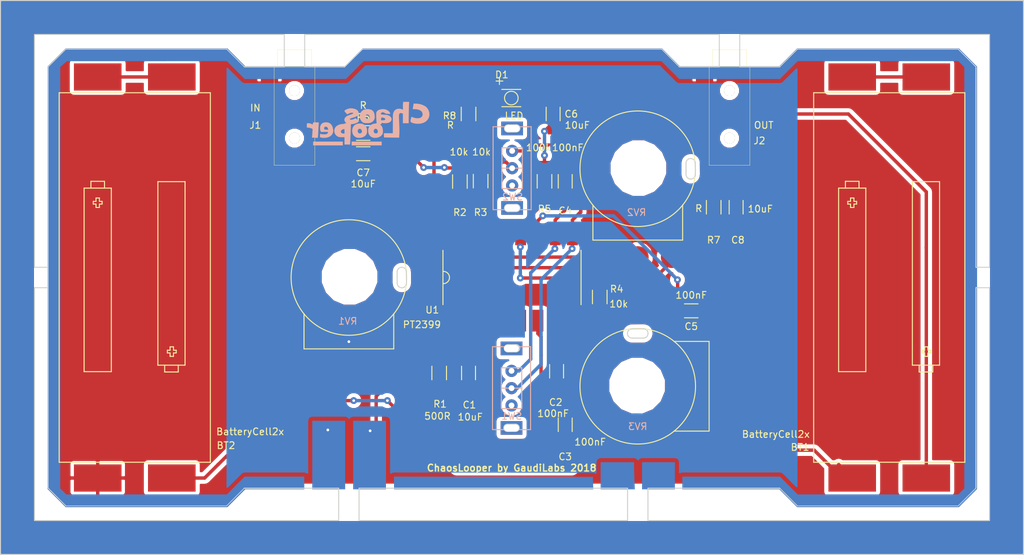
<source format=kicad_pcb>
(kicad_pcb (version 4) (host pcbnew 4.0.7-e2-6376~58~ubuntu16.04.1)
  (layers (0 F.Cu signal) (31 B.Cu signal) (34 B.Paste user) (35 F.Paste user) (36 B.SilkS user) (37 F.SilkS user) (38 B.Mask user) (39 F.Mask user) (44 Edge.Cuts user))
  (net 0 "")
  (net 1 GND)
  (net 2 "Net-(C6-Pad2)")
  (net 3 "Net-(C6-Pad1)")
  (net 4 "Net-(C7-Pad2)")
  (net 5 "Net-(C7-Pad1)")
  (net 6 "Net-(C8-Pad1)")
  (net 7 "Net-(C8-Pad2)")
  (net 8 "Net-(R4-Pad1)")
  (net 9 "Net-(J1-Pad2)")
  (net 10 "Net-(J2-Pad2)")
  (net 11 "Net-(BT1-Pad2)")
  (net 12 "Net-(BT2-Pad2)")
  (net 13 "Net-(C5-Pad1)")
  (net 14 "Net-(R1-Pad1)")
  (net 15 "Net-(R4-Pad2)")
  (net 16 "Net-(R7-Pad2)")
  (net 17 "Net-(C1-Pad1)")
  (net 18 "Net-(C2-Pad2)")
  (net 19 "Net-(C3-Pad2)")
  (net 20 "Net-(C4-Pad1)")
  (net 21 "Net-(C4-Pad2)")
  (net 22 "Net-(C5-Pad2)")
  (net 23 "Net-(R1-Pad2)")
  (net 24 "Net-(R2-Pad2)")
  (net 25 "Net-(R3-Pad2)")
  (net 26 "Net-(BT1-Pad1)")
  (net 27 VCC)
  (net 28 "Net-(D1-Pad2)")
  (net 29 "Net-(BT1-Pad4)")
  (net 30 "Net-(SW2-Pad3)")
  (net 31 "Net-(U1-Pad5)")
  (net 32 "Net-(SW1-Pad3)")
  (module GaudiLabsFootPrints:SWITCH_SLIDE (layer B.Cu) (at 139.93 116.28 270)
    (fp_text reference SW1 (at 4.116 -0.024 360) (layer B.SilkS) (effects (justify mirror)))
    (fp_text value Switch)
    (pad "" thru_hole rect (at -5.85 0 180) (size 3.2 2) (drill oval 2.2 1) (layers *.Cu *.Mask))
    (pad "" thru_hole rect (at 5.85 0 180) (size 3.2 2) (drill oval 2.2 1) (layers *.Cu *.Mask))
    (pad 3 thru_hole circle (at 2.54 0 180) (size 1.8 1.8) (drill 0.85) (layers *.Cu *.Mask) (net 32 "Net-(SW1-Pad3)"))
    (pad 1 thru_hole circle (at -2.54 0 270) (size 1.8 1.8) (drill 0.85) (layers *.Cu *.Mask) (net 21 "Net-(C4-Pad2)"))
    (pad 2 thru_hole circle (at 0 0 270) (size 1.8 1.8) (drill 0.85) (layers *.Cu *.Mask) (net 20 "Net-(C4-Pad1)"))
  )
  (module GaudiLabsFootPrints:SWITCH_SLIDE (layer B.Cu) (at 140.02 83.92 270)
    (fp_text reference SW2 (at 4.218 -0.061 360) (layer B.SilkS) (effects (justify mirror)))
    (fp_text value Switch)
    (pad "" thru_hole rect (at -5.85 0 180) (size 3.2 2) (drill oval 2.2 1) (layers *.Cu *.Mask))
    (pad "" thru_hole rect (at 5.85 0 180) (size 3.2 2) (drill oval 2.2 1) (layers *.Cu *.Mask))
    (pad 3 thru_hole circle (at 2.54 0 180) (size 1.8 1.8) (drill 0.85) (layers *.Cu *.Mask) (net 30 "Net-(SW2-Pad3)"))
    (pad 1 thru_hole circle (at -2.54 0 270) (size 1.8 1.8) (drill 0.85) (layers *.Cu *.Mask) (net 26 "Net-(BT1-Pad1)"))
    (pad 2 thru_hole circle (at 0 0 270) (size 1.8 1.8) (drill 0.85) (layers *.Cu *.Mask) (net 27 VCC))
  )
  (module Capacitors_SMD:C_1206_HandSoldering (layer F.Cu) (at 133.604 114.046 270)
    (fp_text reference C1 (at 4.699 -0.127 360) (layer F.SilkS))
    (fp_text value 10uF (at 6.477 -0.254 360) (layer F.SilkS))
    (pad 2 smd rect (at 2 0 270) (size 2 1.6) (layers F.Cu F.Paste F.Mask) (net 1 GND))
    (pad 1 smd rect (at -2 0 270) (size 2 1.6) (layers F.Cu F.Paste F.Mask) (net 17 "Net-(C1-Pad1)"))
  )
  (module Capacitors_SMD:C_1206_HandSoldering (layer F.Cu) (at 146.558 113.792 90)
    (fp_text reference C2 (at -4.572 -0.127 180) (layer F.SilkS))
    (fp_text value 100nF (at -6.223 -0.508 180) (layer F.SilkS))
    (pad 1 smd rect (at -2 0 90) (size 2 1.6) (layers F.Cu F.Paste F.Mask) (net 1 GND))
    (pad 2 smd rect (at 2 0 90) (size 2 1.6) (layers F.Cu F.Paste F.Mask) (net 18 "Net-(C2-Pad2)"))
  )
  (module Capacitors_SMD:C_1206_HandSoldering (layer F.Cu) (at 147.828 121.666 90)
    (fp_text reference C3 (at -4.699 0 180) (layer F.SilkS))
    (fp_text value 100nF (at -2.534 3.672 180) (layer F.SilkS))
    (pad 1 smd rect (at -2 0 90) (size 2 1.6) (layers F.Cu F.Paste F.Mask) (net 1 GND))
    (pad 2 smd rect (at 2 0 90) (size 2 1.6) (layers F.Cu F.Paste F.Mask) (net 19 "Net-(C3-Pad2)"))
  )
  (module Capacitors_SMD:C_1206_HandSoldering (layer F.Cu) (at 147.828 85.852 270)
    (fp_text reference C4 (at 4.318 0 360) (layer F.SilkS))
    (fp_text value 100nF (at -4.952 -0.372 360) (layer F.SilkS))
    (pad 1 smd rect (at -2 0 270) (size 2 1.6) (layers F.Cu F.Paste F.Mask) (net 20 "Net-(C4-Pad1)"))
    (pad 2 smd rect (at 2 0 270) (size 2 1.6) (layers F.Cu F.Paste F.Mask) (net 21 "Net-(C4-Pad2)"))
  )
  (module Capacitors_SMD:C_1206_HandSoldering (layer F.Cu) (at 166.37 104.902 180)
    (fp_text reference C5 (at 0 -2.3 180) (layer F.SilkS))
    (fp_text value 100nF (at 0 2.3 180) (layer F.SilkS))
    (pad 2 smd rect (at 2 0 180) (size 2 1.6) (layers F.Cu F.Paste F.Mask) (net 22 "Net-(C5-Pad2)"))
    (pad 1 smd rect (at -2 0 180) (size 2 1.6) (layers F.Cu F.Paste F.Mask) (net 13 "Net-(C5-Pad1)"))
  )
  (module Capacitors_SMD:C_1206_HandSoldering (layer F.Cu) (at 146.05 75.946 270)
    (fp_text reference C6 (at 0 -2.667 360) (layer F.SilkS))
    (fp_text value 10uF (at 1.651 -3.556 360) (layer F.SilkS))
    (pad 2 smd rect (at 2 0 270) (size 2 1.6) (layers F.Cu F.Paste F.Mask) (net 2 "Net-(C6-Pad2)"))
    (pad 1 smd rect (at -2 0 270) (size 2 1.6) (layers F.Cu F.Paste F.Mask) (net 3 "Net-(C6-Pad1)"))
  )
  (module Capacitors_SMD:C_1206_HandSoldering (layer F.Cu) (at 118.11 81.788)
    (fp_text reference C7 (at 0 2.794) (layer F.SilkS))
    (fp_text value 10uF (at 0 4.445) (layer F.SilkS))
    (pad 2 smd rect (at 2 0) (size 2 1.6) (layers F.Cu F.Paste F.Mask) (net 4 "Net-(C7-Pad2)"))
    (pad 1 smd rect (at -2 0) (size 2 1.6) (layers F.Cu F.Paste F.Mask) (net 5 "Net-(C7-Pad1)"))
  )
  (module Capacitors_SMD:C_1206_HandSoldering (layer F.Cu) (at 172.974 89.662 270)
    (fp_text reference C8 (at 4.826 -0.254 360) (layer F.SilkS))
    (fp_text value 10uF (at 0.254 -3.556 360) (layer F.SilkS))
    (pad 1 smd rect (at -2 0 270) (size 2 1.6) (layers F.Cu F.Paste F.Mask) (net 6 "Net-(C8-Pad1)"))
    (pad 2 smd rect (at 2 0 270) (size 2 1.6) (layers F.Cu F.Paste F.Mask) (net 7 "Net-(C8-Pad2)"))
  )
  (module Resistors_SMD:R_1206_HandSoldering (layer F.Cu) (at 129.286 114.046 270)
    (fp_text reference R1 (at 4.572 -0.127 360) (layer F.SilkS))
    (fp_text value 500R (at 6.35 0.254 360) (layer F.SilkS))
    (pad 2 smd rect (at 2 0 270) (size 2 1.7) (layers F.Cu F.Paste F.Mask) (net 23 "Net-(R1-Pad2)"))
    (pad 1 smd rect (at -2 0 270) (size 2 1.7) (layers F.Cu F.Paste F.Mask) (net 14 "Net-(R1-Pad1)"))
  )
  (module Resistors_SMD:R_1206_HandSoldering (layer F.Cu) (at 132.334 85.884 270)
    (fp_text reference R2 (at 4.54 0 360) (layer F.SilkS))
    (fp_text value 10k (at -4.35 0.127 360) (layer F.SilkS))
    (pad 2 smd rect (at 2 0 270) (size 2 1.7) (layers F.Cu F.Paste F.Mask) (net 24 "Net-(R2-Pad2)"))
    (pad 1 smd rect (at -2 0 270) (size 2 1.7) (layers F.Cu F.Paste F.Mask) (net 3 "Net-(C6-Pad1)"))
  )
  (module Resistors_SMD:R_1206_HandSoldering (layer F.Cu) (at 135.382 85.82 270)
    (fp_text reference R3 (at 4.604 0 360) (layer F.SilkS))
    (fp_text value 10k (at -4.286 -0.127 360) (layer F.SilkS))
    (pad 1 smd rect (at -2 0 270) (size 2 1.7) (layers F.Cu F.Paste F.Mask) (net 3 "Net-(C6-Pad1)"))
    (pad 2 smd rect (at 2 0 270) (size 2 1.7) (layers F.Cu F.Paste F.Mask) (net 25 "Net-(R3-Pad2)"))
  )
  (module Resistors_SMD:R_1206_HandSoldering (layer F.Cu) (at 152.908 102.87 90)
    (fp_text reference R4 (at 1.17 2.492 180) (layer F.SilkS))
    (fp_text value 10k (at -1.03 2.792 180) (layer F.SilkS))
    (pad 1 smd rect (at -2 0 90) (size 2 1.7) (layers F.Cu F.Paste F.Mask) (net 8 "Net-(R4-Pad1)"))
    (pad 2 smd rect (at 2 0 90) (size 2 1.7) (layers F.Cu F.Paste F.Mask) (net 15 "Net-(R4-Pad2)"))
  )
  (module Resistors_SMD:R_1206_HandSoldering (layer F.Cu) (at 144.78 85.852 270)
    (fp_text reference R5 (at 4.064 0 360) (layer F.SilkS))
    (fp_text value 100k (at -4.952 0.88 360) (layer F.SilkS))
    (pad 1 smd rect (at -2 0 270) (size 2 1.7) (layers F.Cu F.Paste F.Mask) (net 2 "Net-(C6-Pad2)"))
    (pad 2 smd rect (at 2 0 270) (size 2 1.7) (layers F.Cu F.Paste F.Mask) (net 8 "Net-(R4-Pad1)"))
  )
  (module Resistors_SMD:R_1206_HandSoldering (layer F.Cu) (at 118.11 78.74)
    (fp_text reference R6 (at 0 -2.3) (layer F.SilkS))
    (fp_text value R (at 0 -4.064) (layer F.SilkS))
    (pad 1 smd rect (at -2 0) (size 2 1.7) (layers F.Cu F.Paste F.Mask) (net 4 "Net-(C7-Pad2)"))
    (pad 2 smd rect (at 2 0) (size 2 1.7) (layers F.Cu F.Paste F.Mask) (net 3 "Net-(C6-Pad1)"))
  )
  (module Resistors_SMD:R_1206_HandSoldering (layer F.Cu) (at 169.672 89.662 270)
    (fp_text reference R7 (at 4.826 0 360) (layer F.SilkS))
    (fp_text value R (at 0.18288 2.20472 360) (layer F.SilkS))
    (pad 2 smd rect (at 2 0 270) (size 2 1.7) (layers F.Cu F.Paste F.Mask) (net 16 "Net-(R7-Pad2)"))
    (pad 1 smd rect (at -2 0 270) (size 2 1.7) (layers F.Cu F.Paste F.Mask) (net 7 "Net-(C8-Pad2)"))
  )
  (module Resistors_SMD:R_1206_HandSoldering (layer F.Cu) (at 133.604 75.946 270)
    (fp_text reference R8 (at 0.254 2.794 360) (layer F.SilkS))
    (fp_text value R (at 1.651 2.667 360) (layer F.SilkS))
    (pad 1 smd rect (at -2 0 270) (size 2 1.7) (layers F.Cu F.Paste F.Mask) (net 28 "Net-(D1-Pad2)"))
    (pad 2 smd rect (at 2 0 270) (size 2 1.7) (layers F.Cu F.Paste F.Mask) (net 27 VCC))
  )
  (module GaudiLabsFootPrints:PLUG3_5_SwitchCraft_2B (layer F.Cu) (at 108 69)
    (fp_text reference J1 (at -5.765 8.597) (layer F.SilkS))
    (fp_text value IN (at -5.765 6.057) (layer F.SilkS))
    (pad 3 smd rect (at -3.575 11.7) (size 2.75 2.9) (layers F.Cu F.Paste F.Mask) (net 5 "Net-(C7-Pad1)"))
    (pad 1 smd rect (at -3.675 2.4) (size 2.55 2.4) (layers F.Cu F.Paste F.Mask) (net 1 GND))
    (pad 2 smd rect (at 3.675 4.3) (size 2.55 2.4) (layers F.Cu F.Paste F.Mask) (net 9 "Net-(J1-Pad2)"))
    (pad "" thru_hole circle (at 0 3.5) (size 1.6 1.6) (drill 1.6) (layers *.Cu *.Mask F.SilkS))
    (pad "" thru_hole circle (at 0 10.5) (size 1.6 1.6) (drill 1.6) (layers *.Cu *.Mask F.SilkS))
  )
  (module GaudiLabsFootPrints:PLUG3_5_SwitchCraft_2B (layer F.Cu) (at 172 69)
    (fp_text reference J2 (at 4.403 10.883) (layer F.SilkS))
    (fp_text value OUT (at 5.038 8.597) (layer F.SilkS))
    (pad 3 smd rect (at -3.575 11.7) (size 2.75 2.9) (layers F.Cu F.Paste F.Mask) (net 6 "Net-(C8-Pad1)"))
    (pad 1 smd rect (at -3.675 2.4) (size 2.55 2.4) (layers F.Cu F.Paste F.Mask) (net 1 GND))
    (pad 2 smd rect (at 3.675 4.3) (size 2.55 2.4) (layers F.Cu F.Paste F.Mask) (net 10 "Net-(J2-Pad2)"))
    (pad "" thru_hole circle (at 0 3.5) (size 1.6 1.6) (drill 1.6) (layers *.Cu *.Mask F.SilkS))
    (pad "" thru_hole circle (at 0 10.5) (size 1.6 1.6) (drill 1.6) (layers *.Cu *.Mask F.SilkS))
  )
  (module GaudiLabsFootPrints:BAT_HOLDER_AAA_DOUBLE (layer F.Cu) (at 84.5 100 270)
    (fp_text reference BT2 (at 24.714 -13.417 360) (layer F.SilkS))
    (fp_text value BatteryCell2x (at 22.682 -16.973 360) (layer F.SilkS))
    (pad 2 smd rect (at -29.5 -5.45 270) (size 4 7) (layers F.Cu F.Paste F.Mask) (net 12 "Net-(BT2-Pad2)"))
    (pad 1 smd rect (at 29.5 -5.45 270) (size 4 7) (layers F.Cu F.Paste F.Mask) (net 29 "Net-(BT1-Pad4)"))
    (pad 3 smd rect (at -29.5 5.45 270) (size 4 7) (layers F.Cu F.Paste F.Mask) (net 12 "Net-(BT2-Pad2)"))
    (pad 4 smd rect (at 29.5 5.45 270) (size 4 7) (layers F.Cu F.Paste F.Mask) (net 1 GND))
  )
  (module GaudiLabsFootPrints:BAT_HOLDER_AAA_DOUBLE (layer F.Cu) (at 195.5 100 270)
    (fp_text reference BT1 (at 24.968 13.128 360) (layer F.SilkS))
    (fp_text value BatteryCell2x (at 23.063 16.684 360) (layer F.SilkS))
    (pad 2 smd rect (at -29.5 -5.45 270) (size 4 7) (layers F.Cu F.Paste F.Mask) (net 11 "Net-(BT1-Pad2)"))
    (pad 1 smd rect (at 29.5 -5.45 270) (size 4 7) (layers F.Cu F.Paste F.Mask) (net 26 "Net-(BT1-Pad1)"))
    (pad 3 smd rect (at -29.5 5.45 270) (size 4 7) (layers F.Cu F.Paste F.Mask) (net 11 "Net-(BT1-Pad2)"))
    (pad 4 smd rect (at 29.5 5.45 270) (size 4 7) (layers F.Cu F.Paste F.Mask) (net 29 "Net-(BT1-Pad4)"))
  )
  (module GaudiLabsFootPrints:DIL16_SMD (layer F.Cu) (at 140 100)
    (fp_text reference U1 (at -11.73 4.775) (layer F.SilkS))
    (fp_text value PT2399 (at -13.254 6.934) (layer F.SilkS))
    (pad 16 smd rect (at -8.89 -6.35) (size 1.6 3.2) (layers F.Cu F.Paste F.Mask) (net 24 "Net-(R2-Pad2)"))
    (pad 15 smd rect (at -6.35 -6.35) (size 1.6 3.2) (layers F.Cu F.Paste F.Mask) (net 25 "Net-(R3-Pad2)"))
    (pad 14 smd rect (at -3.81 -6.35) (size 1.6 3.2) (layers F.Cu F.Paste F.Mask) (net 16 "Net-(R7-Pad2)"))
    (pad 13 smd rect (at -1.27 -6.35) (size 1.6 3.2) (layers F.Cu F.Paste F.Mask) (net 15 "Net-(R4-Pad2)"))
    (pad 12 smd rect (at 1.27 -6.35) (size 1.6 3.2) (layers F.Cu F.Paste F.Mask) (net 8 "Net-(R4-Pad1)"))
    (pad 11 smd rect (at 3.81 -6.35) (size 1.6 3.2) (layers F.Cu F.Paste F.Mask) (net 22 "Net-(C5-Pad2)"))
    (pad 10 smd rect (at 6.35 -6.35) (size 1.6 3.2) (layers F.Cu F.Paste F.Mask) (net 21 "Net-(C4-Pad2)"))
    (pad 9 smd rect (at 8.89 -6.35) (size 1.6 3.2) (layers F.Cu F.Paste F.Mask) (net 20 "Net-(C4-Pad1)"))
    (pad 8 smd rect (at 8.89 6.35) (size 1.6 3.2) (layers F.Cu F.Paste F.Mask) (net 19 "Net-(C3-Pad2)"))
    (pad 7 smd rect (at 6.35 6.35) (size 1.6 3.2) (layers F.Cu F.Paste F.Mask) (net 18 "Net-(C2-Pad2)"))
    (pad 6 smd rect (at 3.81 6.35) (size 1.6 3.2) (layers F.Cu F.Paste F.Mask) (net 23 "Net-(R1-Pad2)"))
    (pad 5 smd rect (at 1.27 6.35) (size 1.6 3.2) (layers F.Cu F.Paste F.Mask) (net 31 "Net-(U1-Pad5)"))
    (pad 4 smd rect (at -1.27 6.35) (size 1.6 3.2) (layers F.Cu F.Paste F.Mask) (net 1 GND))
    (pad 3 smd rect (at -3.81 6.35) (size 1.6 3.2) (layers F.Cu F.Paste F.Mask) (net 1 GND))
    (pad 1 smd rect (at -8.89 6.35) (size 1.6 3.2) (layers F.Cu F.Paste F.Mask) (net 27 VCC))
    (pad 2 smd rect (at -6.35 6.35) (size 1.6 3.2) (layers F.Cu F.Paste F.Mask) (net 17 "Net-(C1-Pad1)"))
  )
  (module GaudiLabsFootPrints:POTI_PCB (layer B.Cu) (at 116 100 180)
    (fp_text reference RV1 (at 0.176 -6.426 180) (layer B.SilkS) (effects (justify mirror)))
    (fp_text value SPEED_POT)
    (pad 1 smd circle (at -5 -13 180) (size 3.2 3.2) (layers F.Cu F.Paste F.Mask) (net 14 "Net-(R1-Pad1)"))
    (pad 3 smd circle (at 5 -13 180) (size 3.2 3.2) (layers F.Cu F.Paste F.Mask) (net 1 GND))
    (pad 2 smd circle (at 0 -13 180) (size 3.2 3.2) (layers F.Cu F.Paste F.Mask) (net 1 GND))
    (pad "" np_thru_hole circle (at -0.1 0.1 180) (size 7 7) (drill 7) (layers *.Cu *.Mask))
  )
  (module GaudiLabsFootPrints:POTI_PCB (layer B.Cu) (at 158.5 84 180)
    (fp_text reference RV2 (at 0.176 -6.426 180) (layer B.SilkS) (effects (justify mirror)))
    (fp_text value VOL_POT)
    (pad 1 smd circle (at -5 -13 180) (size 3.2 3.2) (layers F.Cu F.Paste F.Mask) (net 16 "Net-(R7-Pad2)"))
    (pad 3 smd circle (at 5 -13 180) (size 3.2 3.2) (layers F.Cu F.Paste F.Mask) (net 15 "Net-(R4-Pad2)"))
    (pad 2 smd circle (at 0 -13 180) (size 3.2 3.2) (layers F.Cu F.Paste F.Mask) (net 15 "Net-(R4-Pad2)"))
    (pad "" np_thru_hole circle (at -0.1 0.1 180) (size 7 7) (drill 7) (layers *.Cu *.Mask))
  )
  (module GaudiLabsFootPrints:POTI_PCB (layer B.Cu) (at 158.5 116 270)
    (fp_text reference RV3 (at 5.92 0.004 360) (layer B.SilkS) (effects (justify mirror)))
    (fp_text value POT)
    (pad 1 smd circle (at -5 -13 270) (size 3.2 3.2) (layers F.Cu F.Paste F.Mask) (net 13 "Net-(C5-Pad1)"))
    (pad 3 smd circle (at 5 -13 270) (size 3.2 3.2) (layers F.Cu F.Paste F.Mask) (net 8 "Net-(R4-Pad1)"))
    (pad 2 smd circle (at 0 -13 270) (size 3.2 3.2) (layers F.Cu F.Paste F.Mask) (net 8 "Net-(R4-Pad1)"))
    (pad "" np_thru_hole circle (at -0.1 0.1 270) (size 7 7) (drill 7) (layers *.Cu *.Mask))
  )
  (module GaudiLabsLogos:ChaosFront (layer B.Cu) (at 140.081 99.949 180)
    (fp_text reference G*** hide)
    (fp_text value LOGO hide)
  )
  (module GaudiLabsLogos:ChaosFrame (layer B.Cu) (at 140 100)
    (fp_text reference G*** hide)
    (fp_text value LOGO hide)
    (fp_poly (pts (xy -40.555334 -32.385) (xy -39.245049 -31.072667) (xy -24.593618 -31.072667) (xy -23.283334 -32.385) (xy -21.973049 -33.697333) (xy 22.057715 -33.697333) (xy 23.368 -32.385) (xy 24.678284 -31.072667) (xy 39.329715 -31.072667) (xy 40.64 -32.385) (xy 41.950284 -33.697333) (xy 65.745651 -33.697333) (xy 67.078159 -32.362871) (xy 68.410666 -31.028408) (xy 68.410666 31.116985) (xy 67.076203 32.449492) (xy 65.741741 33.782) (xy 41.950284 33.782) (xy 40.639999 32.469667) (xy 39.329715 31.157333) (xy 25.061333 31.157333) (xy 25.061333 29.294667) (xy 39.414382 29.294667) (xy 40.724666 30.607) (xy 42.034951 31.919333) (xy 65.664784 31.919333) (xy 66.106392 31.472171) (xy 66.548 31.025008) (xy 66.548 -30.951451) (xy 66.100837 -31.393059) (xy 65.653675 -31.834667) (xy 42.034951 -31.834667) (xy 40.724666 -30.522333) (xy 39.414382 -29.21) (xy 24.593617 -29.21) (xy 23.283333 -30.522333) (xy 21.973048 -31.834667) (xy -21.803716 -31.834667) (xy -23.114 -30.522333) (xy -24.424285 -29.21) (xy -39.329716 -29.21) (xy -40.640001 -30.522334) (xy -41.950285 -31.834667) (xy -53.719976 -31.833469) (xy -65.489667 -31.832272) (xy -65.9765 -31.403122) (xy -66.463334 -30.973973) (xy -66.463334 31.036118) (xy -66.016171 31.477725) (xy -65.569009 31.919333) (xy -41.950285 31.919333) (xy -40.64 30.607) (xy -39.329716 29.294667) (xy -30.564667 29.294667) (xy -30.564667 31.157333) (xy -39.245049 31.157333) (xy -40.555334 32.469667) (xy -41.865618 33.782) (xy -65.660985 33.782) (xy -66.993493 32.447537) (xy -68.326 31.113074) (xy -68.326 -31.032318) (xy -66.991538 -32.364826) (xy -65.657075 -33.697333) (xy -41.865618 -33.697333) (xy -40.555334 -32.385)) (layer B.Cu) (width 0.01))
    (fp_poly (pts (xy -24.553334 31.157333) (xy -29.379334 31.157333) (xy -29.379334 21.082) (xy -24.553334 21.082) (xy -24.553334 31.157333)) (layer B.Cu) (width 0.01))
    (fp_poly (pts (xy -18.542 31.157333) (xy -23.368 31.157333) (xy -23.368 21.082) (xy -18.542 21.082) (xy -18.542 31.157333)) (layer B.Cu) (width 0.01))
    (fp_poly (pts (xy -2.7305 29.315593) (xy 11.895666 29.337) (xy 11.919697 30.247167) (xy 11.943728 31.157333) (xy -17.356667 31.157333) (xy -17.356667 29.294187) (xy -2.7305 29.315593)) (layer B.Cu) (width 0.01))
    (fp_poly (pts (xy 17.949333 27.757144) (xy 17.952793 28.045477) (xy 17.962333 28.457829) (xy 17.97669 28.949043) (xy 17.994602 29.473964) (xy 18.004962 29.746811) (xy 18.060592 31.157333) (xy 13.038666 31.157333) (xy 13.038666 27.178) (xy 17.949333 27.178) (xy 17.949333 27.757144)) (layer B.Cu) (width 0.01))
    (fp_poly (pts (xy 23.960666 31.157333) (xy 19.134666 31.157333) (xy 19.134666 27.178) (xy 23.960666 27.178) (xy 23.960666 31.157333)) (layer B.Cu) (width 0.01))
  )
  (module GaudiLabsLogos:ChaosFrameM (layer F.Cu) (at 140 100)
    (fp_text reference G*** hide)
    (fp_text value LOGO hide)
  )
  (module GaudiLabsLogos:ChaosLogo (layer B.Cu) (at 118.999 77.47 180)
    (fp_text reference G*** hide)
    (fp_text value LOGO hide)
  )
  (module GaudiLabsFootPrints:TOPLED_R (layer F.Cu) (at 139.9 73.6 90)
    (fp_text reference D1 (at 3.429 -1.397 180) (layer F.SilkS))
    (fp_text value LED (at -2.6 0.4 180) (layer F.SilkS))
    (pad 2 smd rect (at 0 -2.8 90) (size 2.6 2) (layers F.Cu F.Paste F.Mask) (net 28 "Net-(D1-Pad2)"))
    (pad 1 smd rect (at 0 2.8 90) (size 2.6 2) (layers F.Cu F.Paste F.Mask) (net 1 GND))
  )
  (gr_line (start 106.5 69) (end 100.6 69) (angle 90) (layer Edge.Cuts) (width 0.15))
  (gr_line (start 115.4 69) (end 109.5 69) (angle 90) (layer Edge.Cuts) (width 0.15))
  (gr_line (start 173.5 69) (end 179.4 69) (angle 90) (layer Edge.Cuts) (width 0.15))
  (gr_line (start 164.6 69) (end 170.5 69) (angle 90) (layer Edge.Cuts) (width 0.15))
  (gr_line (start 208.25 101.5) (end 208.25 131) (angle 90) (layer Edge.Cuts) (width 0.15))
  (gr_line (start 208.25 69.1) (end 208.25 98.5) (angle 90) (layer Edge.Cuts) (width 0.15))
  (gr_line (start 160 131) (end 179.4 131) (angle 90) (layer Edge.Cuts) (width 0.15))
  (gr_line (start 117.5 131) (end 157 131) (angle 90) (layer Edge.Cuts) (width 0.15))
  (gr_line (start 100.6 131) (end 114.5 131) (angle 90) (layer Edge.Cuts) (width 0.15))
  (gr_line (start 210.25 98.5) (end 210.25 64.25) (angle 90) (layer Edge.Cuts) (width 0.15))
  (gr_line (start 210.25 135.75) (end 210.25 101.5) (angle 90) (layer Edge.Cuts) (width 0.15))
  (gr_line (start 160 135.75) (end 210.25 135.75) (angle 90) (layer Edge.Cuts) (width 0.15))
  (gr_line (start 117.5 135.75) (end 157 135.75) (angle 90) (layer Edge.Cuts) (width 0.15))
  (gr_line (start 69.75 135.75) (end 114.5 135.75) (angle 90) (layer Edge.Cuts) (width 0.15))
  (gr_line (start 69.75 101.5) (end 69.75 135.75) (angle 90) (layer Edge.Cuts) (width 0.15))
  (gr_line (start 69.75 64.25) (end 69.75 98.5) (angle 90) (layer Edge.Cuts) (width 0.15))
  (gr_line (start 173.5 64.25) (end 210.25 64.25) (angle 90) (layer Edge.Cuts) (width 0.15))
  (gr_line (start 109.5 64.25) (end 170.5 64.25) (angle 90) (layer Edge.Cuts) (width 0.15))
  (gr_line (start 69.75 64.25) (end 106.5 64.25) (angle 90) (layer Edge.Cuts) (width 0.15))
  (gr_line (start 71.75 101.5) (end 69.75 101.5) (angle 90) (layer Edge.Cuts) (width 0.15))
  (gr_line (start 71.75 98.5) (end 69.75 98.5) (angle 90) (layer Edge.Cuts) (width 0.15))
  (gr_line (start 208.25 101.5) (end 210.25 101.5) (angle 90) (layer Edge.Cuts) (width 0.15))
  (gr_line (start 208.25 98.5) (end 210.25 98.5) (angle 90) (layer Edge.Cuts) (width 0.15))
  (gr_line (start 160 131) (end 160 135.75) (angle 90) (layer Edge.Cuts) (width 0.15))
  (gr_line (start 157 131) (end 157 135.75) (angle 90) (layer Edge.Cuts) (width 0.15))
  (gr_line (start 117.5 131) (end 117.5 135.75) (angle 90) (layer Edge.Cuts) (width 0.15))
  (gr_line (start 114.5 131) (end 114.5 135.75) (angle 90) (layer Edge.Cuts) (width 0.15))
  (gr_line (start 109.5 69) (end 109.5 64.25) (angle 90) (layer Edge.Cuts) (width 0.15))
  (gr_line (start 106.5 69) (end 106.5 64.25) (angle 90) (layer Edge.Cuts) (width 0.15))
  (gr_line (start 173.5 69) (end 173.5 64.25) (angle 90) (layer Edge.Cuts) (width 0.15))
  (gr_line (start 170.5 69) (end 170.5 64.25) (angle 90) (layer Edge.Cuts) (width 0.15))
  (gr_line (start 64.75 59.25) (end 64.75 140.75) (layer Edge.Cuts) (width 0.15))
  (gr_line (start 215.25 59.25) (end 215.25 140.75) (layer Edge.Cuts) (width 0.15))
  (gr_line (start 64.75 140.75) (end 215.25 140.75) (layer Edge.Cuts) (width 0.15))
  (gr_line (start 64.75 59.25) (end 215.25 59.25) (layer Edge.Cuts) (width 0.15))
  (gr_arc (start 140.63472 78.05928) (end 140.59916 77.52588) (angle 186.9689177) (layer Edge.Cuts) (width 0.15))
  (gr_arc (start 139.4206 78.06944) (end 139.43584 78.60284) (angle 184.4521337) (layer Edge.Cuts) (width 0.15))
  (gr_line (start 139.45616 77.53604) (end 140.6144 77.52588) (layer Edge.Cuts) (width 0.15))
  (gr_line (start 140.59916 78.59776) (end 139.40028 78.60792) (layer Edge.Cuts) (width 0.15))
  (gr_line (start 140.59916 90.30716) (end 139.40028 90.31732) (layer Edge.Cuts) (width 0.15))
  (gr_line (start 139.45616 89.24544) (end 140.6144 89.23528) (layer Edge.Cuts) (width 0.15))
  (gr_arc (start 139.4206 89.77884) (end 139.43584 90.31224) (angle 184.4521337) (layer Edge.Cuts) (width 0.15))
  (gr_arc (start 140.63472 89.76868) (end 140.59916 89.23528) (angle 186.9689177) (layer Edge.Cuts) (width 0.15))
  (gr_arc (start 140.53312 122.10796) (end 140.49756 121.57456) (angle 186.9689177) (layer Edge.Cuts) (width 0.15))
  (gr_arc (start 139.319 122.11812) (end 139.33424 122.65152) (angle 184.4521337) (layer Edge.Cuts) (width 0.15))
  (gr_line (start 139.35456 121.58472) (end 140.5128 121.57456) (layer Edge.Cuts) (width 0.15))
  (gr_line (start 140.49756 122.64644) (end 139.29868 122.6566) (layer Edge.Cuts) (width 0.15))
  (gr_line (start 140.56868 110.94212) (end 139.3698 110.95228) (layer Edge.Cuts) (width 0.15))
  (gr_line (start 139.42568 109.8804) (end 140.58392 109.87024) (layer Edge.Cuts) (width 0.15))
  (gr_arc (start 139.39012 110.4138) (end 139.40536 110.9472) (angle 184.4521337) (layer Edge.Cuts) (width 0.15))
  (gr_arc (start 140.60424 110.40364) (end 140.56868 109.87024) (angle 186.9689177) (layer Edge.Cuts) (width 0.15))
  (gr_line (start 157.65526 107.56138) (end 159.33166 107.54106) (layer Edge.Cuts) (width 0.15))
  (gr_line (start 157.65526 108.91774) (end 159.33166 108.91774) (layer Edge.Cuts) (width 0.15))
  (gr_arc (start 159.327596 108.227115) (end 159.332676 107.546395) (angle 177.9474511) (layer Edge.Cuts) (width 0.15))
  (gr_arc (start 157.66542 108.23702) (end 157.66542 108.91266) (angle 177.9249736) (layer Edge.Cuts) (width 0.15))
  (gr_arc (start 123.78436 99.17176) (end 123.10872 99.17176) (angle 177.9249736) (layer Edge.Cuts) (width 0.15))
  (gr_arc (start 123.794265 100.833936) (end 124.474985 100.839016) (angle 177.9474511) (layer Edge.Cuts) (width 0.15))
  (gr_line (start 123.10364 99.1616) (end 123.10364 100.838) (layer Edge.Cuts) (width 0.15))
  (gr_line (start 124.46 99.1616) (end 124.48032 100.838) (layer Edge.Cuts) (width 0.15))
  (gr_line (start 166.9542 83.16468) (end 166.97452 84.84108) (layer Edge.Cuts) (width 0.15))
  (gr_line (start 165.59784 83.16468) (end 165.59784 84.84108) (layer Edge.Cuts) (width 0.15))
  (gr_arc (start 166.288465 84.837016) (end 166.969185 84.842096) (angle 177.9474511) (layer Edge.Cuts) (width 0.15))
  (gr_arc (start 166.27856 83.17484) (end 165.60292 83.17484) (angle 177.9249736) (layer Edge.Cuts) (width 0.15))
  (gr_text "ChaosLooper by GaudiLabs 2018" (at 139.954 128.016) (layer F.SilkS) (effects (font (size 1 1) (thickness 0.2))))
  (gr_line (start 98.001095 133.59819) (end 100.626091 130.97318) (layer Edge.Cuts) (width 0.1))
  (gr_line (start 74.376094 133.59819) (end 98.001095 133.59819) (layer Edge.Cuts) (width 0.1))
  (gr_line (start 71.751095 130.97318) (end 74.376094 133.59819) (layer Edge.Cuts) (width 0.1))
  (gr_line (start 71.751095 69.023183) (end 71.751095 130.97318) (layer Edge.Cuts) (width 0.1))
  (gr_line (start 74.376094 66.398184) (end 71.751095 69.023183) (layer Edge.Cuts) (width 0.1))
  (gr_line (start 98.001095 66.398184) (end 74.376094 66.398184) (layer Edge.Cuts) (width 0.1))
  (gr_line (start 100.626094 69.023183) (end 98.001095 66.398184) (layer Edge.Cuts) (width 0.1))
  (gr_line (start 118.026094 66.398184) (end 115.37391 69.023183) (layer Edge.Cuts) (width 0.1))
  (gr_line (start 162.00109 66.398184) (end 118.026094 66.398184) (layer Edge.Cuts) (width 0.1))
  (gr_line (start 164.62609 69.023183) (end 162.00109 66.398184) (layer Edge.Cuts) (width 0.1))
  (gr_line (start 182.00109 66.398184) (end 179.3761 69.023183) (layer Edge.Cuts) (width 0.1))
  (gr_line (start 205.62609 66.398184) (end 182.00109 66.398184) (layer Edge.Cuts) (width 0.1))
  (gr_line (start 208.25109 69.023183) (end 205.62609 66.398184) (layer Edge.Cuts) (width 0.1))
  (gr_line (start 205.6261 133.59819) (end 208.2511 130.97318) (layer Edge.Cuts) (width 0.1))
  (gr_line (start 182.0011 133.59819) (end 205.6261 133.59819) (layer Edge.Cuts) (width 0.1))
  (gr_line (start 179.3761 130.97318) (end 182.0011 133.59819) (layer Edge.Cuts) (width 0.1))
  (segment (start 112.903 122.428) (end 112.903 122.682) (width 0.5) (layer F.Cu) (net 1))
  (segment (start 112.903 120.904) (end 112.903 122.428) (width 0.5) (layer F.Cu) (net 1))
  (via (at 112.903 122.428) (size 1) (drill 0.4) (layers F.Cu B.Cu) (net 1))
  (segment (start 114.046 119.761) (end 112.903 120.904) (width 0.5) (layer F.Cu) (net 1))
  (segment (start 117.348 119.761) (end 114.046 119.761) (width 0.5) (layer F.Cu) (net 1))
  (segment (start 118.364 118.745) (end 117.348 119.761) (width 0.5) (layer F.Cu) (net 1))
  (segment (start 118.364 115.364) (end 118.364 118.745) (width 0.5) (layer F.Cu) (net 1))
  (segment (start 116 113) (end 118.364 115.364) (width 0.5) (layer F.Cu) (net 1))
  (segment (start 116 113) (end 116 109.44) (width 0.5) (layer F.Cu) (net 1))
  (via (at 116 109.44) (size 1) (drill 0.4) (layers F.Cu B.Cu) (net 1))
  (segment (start 144.78 83.852) (end 144.78 82.042) (width 0.5) (layer F.Cu) (net 2))
  (segment (start 144.78 78.486) (end 145.32 77.946) (width 0.5) (layer F.Cu) (net 2))
  (via (at 144.78 78.486) (size 1) (drill 0.4) (layers F.Cu B.Cu) (net 2))
  (segment (start 144.78 82.042) (end 144.78 78.486) (width 0.5) (layer B.Cu) (net 2))
  (via (at 144.78 82.042) (size 1) (drill 0.4) (layers F.Cu B.Cu) (net 2))
  (segment (start 145.32 77.946) (end 146.05 77.946) (width 0.5) (layer F.Cu) (net 2))
  (segment (start 132.334 83.884) (end 130.112 83.884) (width 0.5) (layer F.Cu) (net 3))
  (segment (start 125.84 82.66) (end 125.84 78.74) (width 0.5) (layer F.Cu) (net 3))
  (segment (start 127 83.82) (end 125.84 82.66) (width 0.5) (layer F.Cu) (net 3))
  (via (at 127 83.82) (size 1) (drill 0.4) (layers F.Cu B.Cu) (net 3))
  (segment (start 130.048 83.82) (end 127 83.82) (width 0.5) (layer B.Cu) (net 3))
  (via (at 130.048 83.82) (size 1) (drill 0.4) (layers F.Cu B.Cu) (net 3))
  (segment (start 130.112 83.884) (end 130.048 83.82) (width 0.5) (layer F.Cu) (net 3))
  (segment (start 130.556 71.374) (end 125.84 76.09) (width 0.5) (layer F.Cu) (net 3))
  (segment (start 146.05 73.946) (end 146.05 71.882) (width 0.5) (layer F.Cu) (net 3))
  (segment (start 146.05 71.882) (end 145.542 71.374) (width 0.5) (layer F.Cu) (net 3))
  (segment (start 145.542 71.374) (end 130.556 71.374) (width 0.5) (layer F.Cu) (net 3))
  (segment (start 125.84 76.09) (end 125.84 78.74) (width 0.5) (layer F.Cu) (net 3))
  (segment (start 125.84 78.74) (end 120.11 78.74) (width 0.5) (layer F.Cu) (net 3))
  (segment (start 135.382 83.82) (end 132.398 83.82) (width 0.5) (layer F.Cu) (net 3))
  (segment (start 132.398 83.82) (end 132.334 83.884) (width 0.5) (layer F.Cu) (net 3))
  (segment (start 116.11 78.74) (end 116.862 78.74) (width 0.5) (layer F.Cu) (net 4))
  (segment (start 116.862 78.74) (end 119.91 81.788) (width 0.5) (layer F.Cu) (net 4))
  (segment (start 119.91 81.788) (end 120.11 81.788) (width 0.5) (layer F.Cu) (net 4))
  (segment (start 116.11 81.788) (end 116.11 83.088) (width 0.5) (layer F.Cu) (net 5))
  (segment (start 113.6 85.598) (end 106.172 85.598) (width 0.5) (layer F.Cu) (net 5))
  (segment (start 116.11 83.088) (end 113.6 85.598) (width 0.5) (layer F.Cu) (net 5))
  (segment (start 106.172 85.598) (end 104.425 83.851) (width 0.5) (layer F.Cu) (net 5))
  (segment (start 104.425 83.851) (end 104.425 80.7) (width 0.5) (layer F.Cu) (net 5))
  (segment (start 171.45 83.82) (end 172.974 85.344) (width 0.5) (layer F.Cu) (net 6))
  (segment (start 172.974 85.344) (end 172.974 87.662) (width 0.5) (layer F.Cu) (net 6))
  (segment (start 169.761 83.82) (end 171.45 83.82) (width 0.5) (layer F.Cu) (net 6))
  (segment (start 168.425 80.534) (end 168.425 82.484) (width 0.5) (layer F.Cu) (net 6))
  (segment (start 168.425 82.484) (end 169.761 83.82) (width 0.5) (layer F.Cu) (net 6))
  (segment (start 172.974 91.662) (end 172.974 91.114) (width 0.5) (layer F.Cu) (net 7))
  (segment (start 172.974 91.114) (end 169.672 87.812) (width 0.5) (layer F.Cu) (net 7))
  (segment (start 169.672 87.812) (end 169.672 87.662) (width 0.5) (layer F.Cu) (net 7))
  (segment (start 171.5 116) (end 171.5 121) (width 0.5) (layer F.Cu) (net 8))
  (segment (start 152.908 104.87) (end 152.368 104.87) (width 0.5) (layer F.Cu) (net 8))
  (segment (start 152.368 104.87) (end 147.574 100.076) (width 0.5) (layer F.Cu) (net 8))
  (segment (start 141.27 95.458) (end 141.27 93.65) (width 0.5) (layer F.Cu) (net 8))
  (segment (start 141.224 95.504) (end 141.27 95.458) (width 0.5) (layer F.Cu) (net 8))
  (via (at 141.224 95.504) (size 1) (drill 0.4) (layers F.Cu B.Cu) (net 8))
  (segment (start 141.224 100.076) (end 141.224 95.504) (width 0.5) (layer B.Cu) (net 8))
  (via (at 141.224 100.076) (size 1) (drill 0.4) (layers F.Cu B.Cu) (net 8))
  (segment (start 147.574 100.076) (end 141.224 100.076) (width 0.5) (layer F.Cu) (net 8))
  (segment (start 152.908 104.87) (end 159.226 104.87) (width 0.5) (layer F.Cu) (net 8))
  (segment (start 159.226 104.87) (end 170.356 116) (width 0.5) (layer F.Cu) (net 8))
  (segment (start 170.356 116) (end 171.5 116) (width 0.5) (layer F.Cu) (net 8))
  (segment (start 141.27 93.65) (end 141.27 92.41) (width 0.5) (layer F.Cu) (net 8))
  (segment (start 141.27 92.41) (end 144.78 88.9) (width 0.5) (layer F.Cu) (net 8))
  (segment (start 144.78 88.9) (end 144.78 87.852) (width 0.5) (layer F.Cu) (net 8))
  (segment (start 190.05 70.5) (end 200.95 70.5) (width 0.5) (layer F.Cu) (net 11))
  (segment (start 79.05 70.5) (end 89.95 70.5) (width 0.5) (layer F.Cu) (net 12))
  (segment (start 168.37 104.902) (end 168.37 107.87) (width 0.5) (layer F.Cu) (net 13))
  (segment (start 168.37 107.87) (end 171.5 111) (width 0.5) (layer F.Cu) (net 13))
  (segment (start 171.5 111) (end 171.5 109.556) (width 0.5) (layer F.Cu) (net 13))
  (segment (start 120.015 121.793) (end 119.888 121.793) (width 0.5) (layer F.Cu) (net 14))
  (segment (start 119.888 121.793) (end 119.126 122.555) (width 0.5) (layer F.Cu) (net 14))
  (via (at 119.126 122.555) (size 1) (drill 0.4) (layers F.Cu B.Cu) (net 14))
  (segment (start 120.015 117.475) (end 120.015 121.793) (width 0.5) (layer F.Cu) (net 14))
  (segment (start 121 116.49) (end 120.015 117.475) (width 0.5) (layer F.Cu) (net 14))
  (segment (start 121 115.262741) (end 121 116.49) (width 0.5) (layer F.Cu) (net 14))
  (segment (start 121 113) (end 121 115.262741) (width 0.5) (layer F.Cu) (net 14))
  (segment (start 121 113) (end 124.49 113) (width 0.5) (layer F.Cu) (net 14))
  (segment (start 125.444 112.046) (end 129.286 112.046) (width 0.5) (layer F.Cu) (net 14))
  (segment (start 124.49 113) (end 125.444 112.046) (width 0.5) (layer F.Cu) (net 14))
  (segment (start 153.5 97) (end 140.18 97) (width 0.5) (layer F.Cu) (net 15))
  (segment (start 138.73 95.55) (end 138.73 93.65) (width 0.5) (layer F.Cu) (net 15))
  (segment (start 140.18 97) (end 138.73 95.55) (width 0.5) (layer F.Cu) (net 15))
  (segment (start 158.5 97) (end 153.5 97) (width 0.5) (layer F.Cu) (net 15))
  (segment (start 153.5 97) (end 152.908 97.592) (width 0.5) (layer F.Cu) (net 15))
  (segment (start 152.908 97.592) (end 152.908 100.87) (width 0.5) (layer F.Cu) (net 15))
  (segment (start 163.5 97) (end 163.5 97.612) (width 0.5) (layer F.Cu) (net 16))
  (segment (start 163.5 97.612) (end 158.242 102.87) (width 0.5) (layer F.Cu) (net 16))
  (segment (start 136.19 96.566) (end 136.19 93.65) (width 0.5) (layer F.Cu) (net 16))
  (segment (start 138.176 98.552) (end 136.19 96.566) (width 0.5) (layer F.Cu) (net 16))
  (segment (start 147.574 98.552) (end 138.176 98.552) (width 0.5) (layer F.Cu) (net 16))
  (segment (start 151.892 102.87) (end 147.574 98.552) (width 0.5) (layer F.Cu) (net 16))
  (segment (start 158.242 102.87) (end 151.892 102.87) (width 0.5) (layer F.Cu) (net 16))
  (segment (start 169.672 91.662) (end 169.672 93.162) (width 0.5) (layer F.Cu) (net 16))
  (segment (start 165.762741 97) (end 163.5 97) (width 0.5) (layer F.Cu) (net 16))
  (segment (start 165.834 97) (end 165.762741 97) (width 0.5) (layer F.Cu) (net 16))
  (segment (start 169.672 93.162) (end 165.834 97) (width 0.5) (layer F.Cu) (net 16))
  (segment (start 133.65 106.35) (end 133.65 112) (width 0.5) (layer F.Cu) (net 17))
  (segment (start 133.65 112) (end 133.604 112.046) (width 0.5) (layer F.Cu) (net 17))
  (segment (start 146.35 106.35) (end 146.35 111.584) (width 0.5) (layer F.Cu) (net 18))
  (segment (start 146.35 111.584) (end 146.558 111.792) (width 0.5) (layer F.Cu) (net 18))
  (segment (start 148.89 106.35) (end 148.89 118.318) (width 0.5) (layer F.Cu) (net 19))
  (segment (start 148.89 118.318) (end 147.828 119.38) (width 0.5) (layer F.Cu) (net 19))
  (segment (start 147.828 119.38) (end 147.828 119.666) (width 0.5) (layer F.Cu) (net 19))
  (segment (start 139.93 116.28) (end 140.768 116.28) (width 0.5) (layer B.Cu) (net 20))
  (segment (start 140.768 116.28) (end 144.272 112.776) (width 0.5) (layer B.Cu) (net 20))
  (segment (start 144.272 112.776) (end 144.272 100.33) (width 0.5) (layer B.Cu) (net 20))
  (segment (start 144.272 100.33) (end 148.844 95.758) (width 0.5) (layer B.Cu) (net 20))
  (via (at 148.844 95.758) (size 1) (drill 0.4) (layers F.Cu B.Cu) (net 20))
  (segment (start 148.844 95.758) (end 148.89 95.712) (width 0.5) (layer F.Cu) (net 20))
  (segment (start 148.89 95.712) (end 148.89 93.65) (width 0.5) (layer F.Cu) (net 20))
  (segment (start 150.114 90.424) (end 150.114 90.326) (width 0.5) (layer F.Cu) (net 20))
  (segment (start 147.828 83.852) (end 149.128 83.852) (width 0.5) (layer F.Cu) (net 20))
  (segment (start 149.128 83.852) (end 150.114 84.838) (width 0.5) (layer F.Cu) (net 20))
  (segment (start 150.114 84.838) (end 150.114 90.326) (width 0.5) (layer F.Cu) (net 20))
  (segment (start 148.89 91.55) (end 148.89 93.65) (width 0.5) (layer F.Cu) (net 20))
  (segment (start 150.114 90.326) (end 148.89 91.55) (width 0.5) (layer F.Cu) (net 20))
  (segment (start 139.93 113.74) (end 141.022 113.74) (width 0.5) (layer B.Cu) (net 21))
  (segment (start 146.35 95.712) (end 146.35 93.65) (width 0.5) (layer F.Cu) (net 21))
  (segment (start 146.304 95.758) (end 146.35 95.712) (width 0.5) (layer F.Cu) (net 21))
  (via (at 146.304 95.758) (size 1) (drill 0.4) (layers F.Cu B.Cu) (net 21))
  (segment (start 142.748 99.314) (end 146.304 95.758) (width 0.5) (layer B.Cu) (net 21))
  (segment (start 142.748 112.014) (end 142.748 99.314) (width 0.5) (layer B.Cu) (net 21))
  (segment (start 141.022 113.74) (end 142.748 112.014) (width 0.5) (layer B.Cu) (net 21))
  (segment (start 146.35 93.65) (end 146.35 91.55) (width 0.5) (layer F.Cu) (net 21))
  (segment (start 146.35 91.55) (end 147.828 90.072) (width 0.5) (layer F.Cu) (net 21))
  (segment (start 147.828 90.072) (end 147.828 87.852) (width 0.5) (layer F.Cu) (net 21))
  (segment (start 164.37 104.902) (end 164.37 100.362) (width 0.5) (layer F.Cu) (net 22))
  (segment (start 143.81 91.648) (end 143.81 93.65) (width 0.5) (layer F.Cu) (net 22))
  (segment (start 144.526 90.932) (end 143.81 91.648) (width 0.5) (layer F.Cu) (net 22))
  (via (at 144.526 90.932) (size 1) (drill 0.4) (layers F.Cu B.Cu) (net 22))
  (segment (start 154.94 90.932) (end 144.526 90.932) (width 0.5) (layer B.Cu) (net 22))
  (segment (start 164.338 100.33) (end 154.94 90.932) (width 0.5) (layer B.Cu) (net 22))
  (via (at 164.338 100.33) (size 1) (drill 0.4) (layers F.Cu B.Cu) (net 22))
  (segment (start 164.37 100.362) (end 164.338 100.33) (width 0.5) (layer F.Cu) (net 22))
  (segment (start 144.272 111.506) (end 144.272 108.712) (width 0.5) (layer F.Cu) (net 23))
  (segment (start 143.81 106.35) (end 143.81 108.25) (width 0.5) (layer F.Cu) (net 23))
  (segment (start 129.286 119.38) (end 135.89 125.984) (width 0.5) (layer F.Cu) (net 23))
  (segment (start 135.89 125.984) (end 140.97 125.984) (width 0.5) (layer F.Cu) (net 23))
  (segment (start 140.97 125.984) (end 144.272 122.682) (width 0.5) (layer F.Cu) (net 23))
  (segment (start 129.286 119.38) (end 129.286 116.046) (width 0.5) (layer F.Cu) (net 23))
  (segment (start 144.272 122.682) (end 144.272 111.506) (width 0.5) (layer F.Cu) (net 23))
  (segment (start 144.272 108.712) (end 143.81 108.25) (width 0.5) (layer F.Cu) (net 23))
  (segment (start 131.11 93.65) (end 131.11 89.108) (width 0.5) (layer F.Cu) (net 24))
  (segment (start 131.11 89.108) (end 132.334 87.884) (width 0.5) (layer F.Cu) (net 24))
  (segment (start 135.382 87.82) (end 135.382 89.32) (width 0.5) (layer F.Cu) (net 25))
  (segment (start 135.382 89.32) (end 133.65 91.052) (width 0.5) (layer F.Cu) (net 25))
  (segment (start 133.65 91.052) (end 133.65 93.65) (width 0.5) (layer F.Cu) (net 25))
  (segment (start 200.95 95.631) (end 200.95 87.412) (width 0.5) (layer F.Cu) (net 26))
  (segment (start 153.416 75.946) (end 181.356 75.946) (width 0.5) (layer F.Cu) (net 26))
  (segment (start 148.844 80.518) (end 153.416 75.946) (width 0.5) (layer F.Cu) (net 26))
  (segment (start 142.494 80.518) (end 148.844 80.518) (width 0.5) (layer F.Cu) (net 26))
  (segment (start 141.632 81.38) (end 142.494 80.518) (width 0.5) (layer F.Cu) (net 26))
  (segment (start 141.632 81.38) (end 140.02 81.38) (width 0.5) (layer F.Cu) (net 26))
  (segment (start 189.484 75.946) (end 181.356 75.946) (width 0.5) (layer F.Cu) (net 26))
  (segment (start 200.95 87.412) (end 189.484 75.946) (width 0.5) (layer F.Cu) (net 26))
  (segment (start 200.95 95.54) (end 200.95 95.631) (width 0.5) (layer F.Cu) (net 26))
  (segment (start 200.95 95.631) (end 200.95 129.5) (width 0.5) (layer F.Cu) (net 26))
  (segment (start 131.11 106.35) (end 131.11 100.884) (width 0.5) (layer F.Cu) (net 27))
  (segment (start 132.366 77.946) (end 133.604 77.946) (width 0.5) (layer F.Cu) (net 27))
  (segment (start 128.524 81.788) (end 132.366 77.946) (width 0.5) (layer F.Cu) (net 27))
  (segment (start 128.524 98.298) (end 128.524 81.788) (width 0.5) (layer F.Cu) (net 27))
  (segment (start 131.11 100.884) (end 128.524 98.298) (width 0.5) (layer F.Cu) (net 27))
  (segment (start 140.02 83.92) (end 139.120001 83.020001) (width 0.5) (layer F.Cu) (net 27))
  (segment (start 139.120001 83.020001) (end 138.138001 83.020001) (width 0.5) (layer F.Cu) (net 27))
  (segment (start 138.138001 83.020001) (end 137.414 82.296) (width 0.5) (layer F.Cu) (net 27))
  (segment (start 137.414 80.406) (end 137.414 82.296) (width 0.5) (layer F.Cu) (net 27))
  (segment (start 133.604 77.946) (end 134.954 77.946) (width 0.5) (layer F.Cu) (net 27))
  (segment (start 134.954 77.946) (end 137.414 80.406) (width 0.5) (layer F.Cu) (net 27))
  (segment (start 133.604 73.946) (end 136.754 73.946) (width 0.5) (layer F.Cu) (net 28))
  (segment (start 136.754 73.946) (end 137.1 73.6) (width 0.5) (layer F.Cu) (net 28))
  (segment (start 116.713 118.11) (end 106.18 118.11) (width 0.5) (layer F.Cu) (net 29))
  (segment (start 106.18 118.11) (end 96.782 127.508) (width 0.5) (layer F.Cu) (net 29))
  (segment (start 96.782 127.508) (end 96.774 127.508) (width 0.5) (layer F.Cu) (net 29))
  (segment (start 94.782 129.5) (end 89.95 129.5) (width 0.5) (layer F.Cu) (net 29))
  (segment (start 96.774 127.508) (end 94.782 129.5) (width 0.5) (layer F.Cu) (net 29))
  (segment (start 121.666 118.11) (end 116.713 118.11) (width 0.5) (layer B.Cu) (net 29))
  (via (at 116.713 118.11) (size 1) (drill 0.4) (layers F.Cu B.Cu) (net 29))
  (segment (start 122.55 119.03) (end 122.55 118.994) (width 0.5) (layer F.Cu) (net 29))
  (segment (start 122.55 118.994) (end 121.666 118.11) (width 0.5) (layer F.Cu) (net 29))
  (via (at 121.666 118.11) (size 1) (drill 0.4) (layers F.Cu B.Cu) (net 29))
  (segment (start 148.85 128.28) (end 151.73 125.4) (width 0.5) (layer F.Cu) (net 29))
  (segment (start 122.55 119.03) (end 131.8 128.28) (width 0.5) (layer F.Cu) (net 29))
  (segment (start 151.73 125.4) (end 184.45 125.4) (width 0.5) (layer F.Cu) (net 29))
  (segment (start 131.8 128.28) (end 148.85 128.28) (width 0.5) (layer F.Cu) (net 29))
  (segment (start 184.45 125.4) (end 188.55 129.5) (width 0.5) (layer F.Cu) (net 29))
  (segment (start 188.55 129.5) (end 190.05 129.5) (width 0.5) (layer F.Cu) (net 29))
  (segment (start 188.058 127.508) (end 190.05 129.5) (width 0.5) (layer F.Cu) (net 29))
  (zone (net 1) (net_name GND) (layer F.Cu) (connect_pads (clearance 0.6)) (min_thickness 0.254) (fill yes (arc_segments 16) (thermal_gap 0.508) (thermal_bridge_width 0.508))
    (polygon (pts (xy 74.37 66.4) (xy 98 66.4) (xy 100.63 69.02) (xy 115.316 69.088) (xy 118.03 66.4) (xy 162 66.4) (xy 164.63 69.02) (xy 179.37 69.02) (xy 182 66.4) (xy 205.62 66.4) (xy 208.26 69.03) (xy 208.26 130.97) (xy 205.62 133.6) (xy 182 133.58) (xy 179.37 130.97) (xy 100.63 130.97) (xy 97.99 133.6) (xy 74.38 133.6) (xy 71.75 130.96) (xy 71.76 69.03) (xy 72.26 68.51)))
  )
  (zone (net 1) (net_name GND) (layer B.Cu) (connect_pads (clearance 0.6)) (min_thickness 0.254) (fill yes (arc_segments 16) (thermal_gap 0.508) (thermal_bridge_width 0.508))
    (polygon (pts (xy 98 66.4) (xy 98 133.59) (xy 100.64 130.97) (xy 179.38 130.97) (xy 182 133.6) (xy 182 66.4) (xy 179.37 69.02) (xy 164.63 69.02) (xy 162 66.4) (xy 118.03 66.4) (xy 115.37 69.02) (xy 100.62 69.02) (xy 98.12 66.52)))
  )
  (zone (net 0) (net_name "") (layer F.Cu) (connect_pads (clearance 0)) (min_thickness 0.254) (fill yes (arc_segments 16) (thermal_gap 0.508) (thermal_bridge_width 0.508))
    (polygon (pts (xy 64.75 59.25) (xy 215.25 59.25) (xy 215.25 140.75) (xy 69.75 140.75) (xy 64.75 140.75)))
    (polygon (pts (xy 69.75 64.25) (xy 69.75 135.75) (xy 210.25 135.75) (xy 210.25 64.25)))
  )
  (zone (net 0) (net_name "") (layer B.Cu) (connect_pads (clearance 0)) (min_thickness 0.254) (fill yes (arc_segments 16) (thermal_gap 0.508) (thermal_bridge_width 0.508))
    (polygon (pts (xy 64.75 59.25) (xy 215.25 59.25) (xy 215.25 140.75) (xy 69.75 140.75) (xy 64.75 140.75)))
    (polygon (pts (xy 69.75 64.25) (xy 69.75 135.75) (xy 210.25 135.75) (xy 210.25 64.25)))
  )
)
</source>
